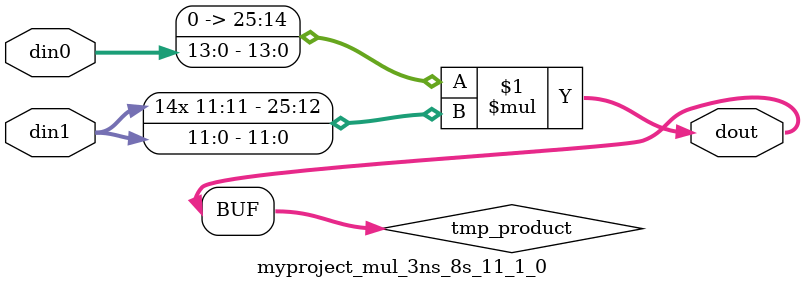
<source format=v>

`timescale 1 ns / 1 ps

  module myproject_mul_3ns_8s_11_1_0(din0, din1, dout);
parameter ID = 1;
parameter NUM_STAGE = 0;
parameter din0_WIDTH = 14;
parameter din1_WIDTH = 12;
parameter dout_WIDTH = 26;

input [din0_WIDTH - 1 : 0] din0; 
input [din1_WIDTH - 1 : 0] din1; 
output [dout_WIDTH - 1 : 0] dout;

wire signed [dout_WIDTH - 1 : 0] tmp_product;











assign tmp_product = $signed({1'b0, din0}) * $signed(din1);










assign dout = tmp_product;







endmodule

</source>
